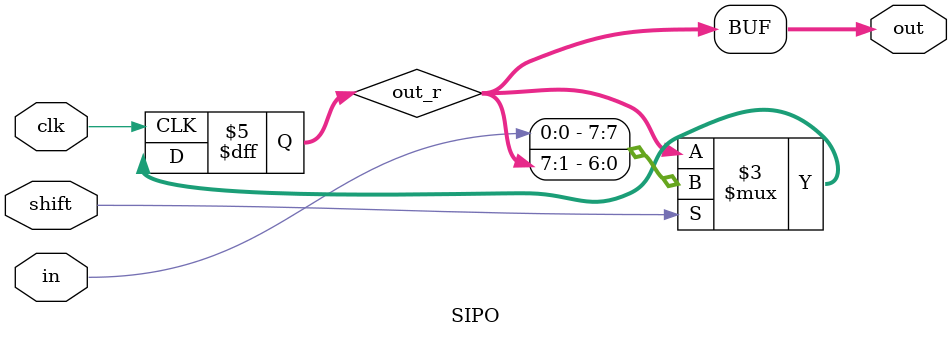
<source format=v>

module SIPO #(parameter sipo_width=8)
( input clk,shift,
  input in,
  output [sipo_width-1:0]out);

 reg [sipo_width-1:0]out_r;

 assign out=out_r;

 always @ (posedge clk)
 begin
	if (shift)
	begin
	out_r <= {in,out_r[sipo_width-1:1]}; 
	end
	else
	out_r <= out_r;
 end
endmodule

</source>
